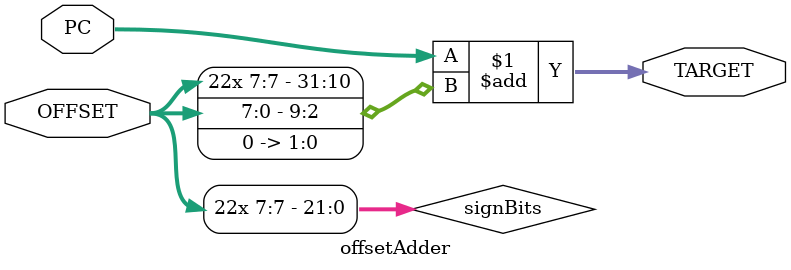
<source format=v>
/*
CO224 - Computer Architecture
Lab 06 - Part 1 Flow control module
Group 32
*/
`timescale 1ns/100ps

module flowControl(JUMP, BRANCH, ZERO, BNE, OUT);
    //declaring input ports
    input JUMP, BRANCH, ZERO, BNE; 
    // declaring output ports
    output OUT; 

    assign OUT = (JUMP & ~BRANCH) | ((~JUMP & BRANCH) & (BNE ^ ZERO)); 

endmodule

module offsetAdder(PC, OFFSET, TARGET);
    //declaring input  ports
    input [31:0] PC;
    input [7:0] OFFSET;
    //declaring output ports
    output [31:0] TARGET;

    wire [21:0] signBits;

    assign signBits = {22{OFFSET[7]}};
    // getting the target
    assign #2 TARGET = PC + {signBits, OFFSET, 2'b0};
endmodule
</source>
